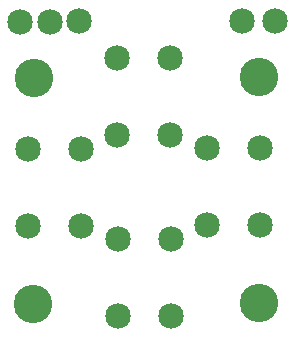
<source format=gbs>
G04 MADE WITH FRITZING*
G04 WWW.FRITZING.ORG*
G04 DOUBLE SIDED*
G04 HOLES PLATED*
G04 CONTOUR ON CENTER OF CONTOUR VECTOR*
%ASAXBY*%
%FSLAX23Y23*%
%MOIN*%
%OFA0B0*%
%SFA1.0B1.0*%
%ADD10C,0.085000*%
%ADD11C,0.128110*%
%ADD12R,0.001000X0.001000*%
%LNMASK0*%
G90*
G70*
G54D10*
X422Y102D03*
X422Y358D03*
X599Y102D03*
X599Y358D03*
X300Y659D03*
X300Y403D03*
X122Y659D03*
X122Y403D03*
X595Y962D03*
X595Y706D03*
X418Y962D03*
X418Y706D03*
X896Y662D03*
X896Y406D03*
X719Y662D03*
X719Y406D03*
G54D11*
X892Y899D03*
X141Y897D03*
X140Y144D03*
X892Y146D03*
G54D10*
X195Y1084D03*
X946Y1086D03*
X294Y1085D03*
X836Y1086D03*
X95Y1084D03*
G54D12*
D02*
G04 End of Mask0*
M02*
</source>
